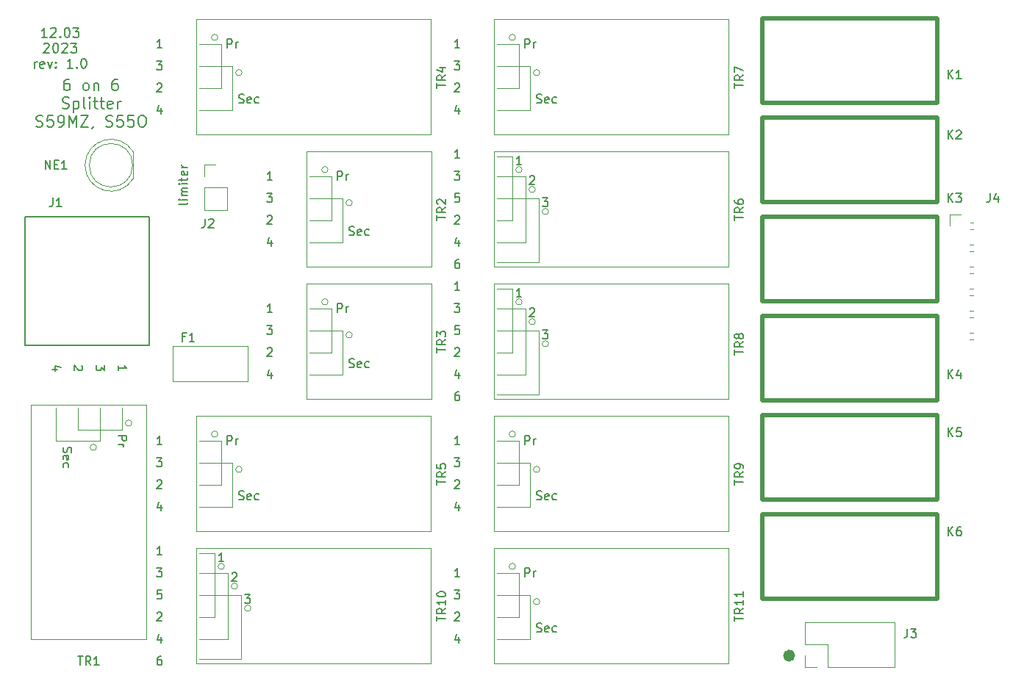
<source format=gto>
G04 #@! TF.GenerationSoftware,KiCad,Pcbnew,6.0.9-8da3e8f707~116~ubuntu20.04.1*
G04 #@! TF.CreationDate,2023-03-27T15:32:41+02:00*
G04 #@! TF.ProjectId,six_to_six,7369785f-746f-45f7-9369-782e6b696361,rev?*
G04 #@! TF.SameCoordinates,Original*
G04 #@! TF.FileFunction,Legend,Top*
G04 #@! TF.FilePolarity,Positive*
%FSLAX46Y46*%
G04 Gerber Fmt 4.6, Leading zero omitted, Abs format (unit mm)*
G04 Created by KiCad (PCBNEW 6.0.9-8da3e8f707~116~ubuntu20.04.1) date 2023-03-27 15:32:41*
%MOMM*%
%LPD*%
G01*
G04 APERTURE LIST*
%ADD10C,0.150000*%
%ADD11C,0.710000*%
%ADD12C,0.120000*%
%ADD13C,0.500000*%
%ADD14C,0.127000*%
%ADD15O,1.500000X3.000000*%
%ADD16R,1.700000X1.700000*%
%ADD17O,1.700000X1.700000*%
%ADD18R,1.308000X1.308000*%
%ADD19C,1.308000*%
%ADD20O,3.000000X1.500000*%
%ADD21C,5.600000*%
%ADD22R,1.800000X1.800000*%
%ADD23C,1.800000*%
%ADD24C,3.500000*%
%ADD25R,1.478000X1.478000*%
%ADD26C,1.478000*%
%ADD27C,1.270000*%
G04 APERTURE END LIST*
D10*
X646685904Y-167883095D02*
X646438285Y-167883095D01*
X646314476Y-167945000D01*
X646252571Y-168006904D01*
X646128761Y-168192619D01*
X646066857Y-168440238D01*
X646066857Y-168935476D01*
X646128761Y-169059285D01*
X646190666Y-169121190D01*
X646314476Y-169183095D01*
X646562095Y-169183095D01*
X646685904Y-169121190D01*
X646747809Y-169059285D01*
X646809714Y-168935476D01*
X646809714Y-168625952D01*
X646747809Y-168502142D01*
X646685904Y-168440238D01*
X646562095Y-168378333D01*
X646314476Y-168378333D01*
X646190666Y-168440238D01*
X646128761Y-168502142D01*
X646066857Y-168625952D01*
X648543047Y-169183095D02*
X648419238Y-169121190D01*
X648357333Y-169059285D01*
X648295428Y-168935476D01*
X648295428Y-168564047D01*
X648357333Y-168440238D01*
X648419238Y-168378333D01*
X648543047Y-168316428D01*
X648728761Y-168316428D01*
X648852571Y-168378333D01*
X648914476Y-168440238D01*
X648976380Y-168564047D01*
X648976380Y-168935476D01*
X648914476Y-169059285D01*
X648852571Y-169121190D01*
X648728761Y-169183095D01*
X648543047Y-169183095D01*
X649533523Y-168316428D02*
X649533523Y-169183095D01*
X649533523Y-168440238D02*
X649595428Y-168378333D01*
X649719238Y-168316428D01*
X649904952Y-168316428D01*
X650028761Y-168378333D01*
X650090666Y-168502142D01*
X650090666Y-169183095D01*
X652257333Y-167883095D02*
X652009714Y-167883095D01*
X651885904Y-167945000D01*
X651824000Y-168006904D01*
X651700190Y-168192619D01*
X651638285Y-168440238D01*
X651638285Y-168935476D01*
X651700190Y-169059285D01*
X651762095Y-169121190D01*
X651885904Y-169183095D01*
X652133523Y-169183095D01*
X652257333Y-169121190D01*
X652319238Y-169059285D01*
X652381142Y-168935476D01*
X652381142Y-168625952D01*
X652319238Y-168502142D01*
X652257333Y-168440238D01*
X652133523Y-168378333D01*
X651885904Y-168378333D01*
X651762095Y-168440238D01*
X651700190Y-168502142D01*
X651638285Y-168625952D01*
X645912095Y-171214190D02*
X646097809Y-171276095D01*
X646407333Y-171276095D01*
X646531142Y-171214190D01*
X646593047Y-171152285D01*
X646654952Y-171028476D01*
X646654952Y-170904666D01*
X646593047Y-170780857D01*
X646531142Y-170718952D01*
X646407333Y-170657047D01*
X646159714Y-170595142D01*
X646035904Y-170533238D01*
X645974000Y-170471333D01*
X645912095Y-170347523D01*
X645912095Y-170223714D01*
X645974000Y-170099904D01*
X646035904Y-170038000D01*
X646159714Y-169976095D01*
X646469238Y-169976095D01*
X646654952Y-170038000D01*
X647212095Y-170409428D02*
X647212095Y-171709428D01*
X647212095Y-170471333D02*
X647335904Y-170409428D01*
X647583523Y-170409428D01*
X647707333Y-170471333D01*
X647769238Y-170533238D01*
X647831142Y-170657047D01*
X647831142Y-171028476D01*
X647769238Y-171152285D01*
X647707333Y-171214190D01*
X647583523Y-171276095D01*
X647335904Y-171276095D01*
X647212095Y-171214190D01*
X648574000Y-171276095D02*
X648450190Y-171214190D01*
X648388285Y-171090380D01*
X648388285Y-169976095D01*
X649069238Y-171276095D02*
X649069238Y-170409428D01*
X649069238Y-169976095D02*
X649007333Y-170038000D01*
X649069238Y-170099904D01*
X649131142Y-170038000D01*
X649069238Y-169976095D01*
X649069238Y-170099904D01*
X649502571Y-170409428D02*
X649997809Y-170409428D01*
X649688285Y-169976095D02*
X649688285Y-171090380D01*
X649750190Y-171214190D01*
X649874000Y-171276095D01*
X649997809Y-171276095D01*
X650245428Y-170409428D02*
X650740666Y-170409428D01*
X650431142Y-169976095D02*
X650431142Y-171090380D01*
X650493047Y-171214190D01*
X650616857Y-171276095D01*
X650740666Y-171276095D01*
X651669238Y-171214190D02*
X651545428Y-171276095D01*
X651297809Y-171276095D01*
X651174000Y-171214190D01*
X651112095Y-171090380D01*
X651112095Y-170595142D01*
X651174000Y-170471333D01*
X651297809Y-170409428D01*
X651545428Y-170409428D01*
X651669238Y-170471333D01*
X651731142Y-170595142D01*
X651731142Y-170718952D01*
X651112095Y-170842761D01*
X652288285Y-171276095D02*
X652288285Y-170409428D01*
X652288285Y-170657047D02*
X652350190Y-170533238D01*
X652412095Y-170471333D01*
X652535904Y-170409428D01*
X652659714Y-170409428D01*
X642909714Y-173307190D02*
X643095428Y-173369095D01*
X643404952Y-173369095D01*
X643528761Y-173307190D01*
X643590666Y-173245285D01*
X643652571Y-173121476D01*
X643652571Y-172997666D01*
X643590666Y-172873857D01*
X643528761Y-172811952D01*
X643404952Y-172750047D01*
X643157333Y-172688142D01*
X643033523Y-172626238D01*
X642971619Y-172564333D01*
X642909714Y-172440523D01*
X642909714Y-172316714D01*
X642971619Y-172192904D01*
X643033523Y-172131000D01*
X643157333Y-172069095D01*
X643466857Y-172069095D01*
X643652571Y-172131000D01*
X644828761Y-172069095D02*
X644209714Y-172069095D01*
X644147809Y-172688142D01*
X644209714Y-172626238D01*
X644333523Y-172564333D01*
X644643047Y-172564333D01*
X644766857Y-172626238D01*
X644828761Y-172688142D01*
X644890666Y-172811952D01*
X644890666Y-173121476D01*
X644828761Y-173245285D01*
X644766857Y-173307190D01*
X644643047Y-173369095D01*
X644333523Y-173369095D01*
X644209714Y-173307190D01*
X644147809Y-173245285D01*
X645509714Y-173369095D02*
X645757333Y-173369095D01*
X645881142Y-173307190D01*
X645943047Y-173245285D01*
X646066857Y-173059571D01*
X646128761Y-172811952D01*
X646128761Y-172316714D01*
X646066857Y-172192904D01*
X646004952Y-172131000D01*
X645881142Y-172069095D01*
X645633523Y-172069095D01*
X645509714Y-172131000D01*
X645447809Y-172192904D01*
X645385904Y-172316714D01*
X645385904Y-172626238D01*
X645447809Y-172750047D01*
X645509714Y-172811952D01*
X645633523Y-172873857D01*
X645881142Y-172873857D01*
X646004952Y-172811952D01*
X646066857Y-172750047D01*
X646128761Y-172626238D01*
X646685904Y-173369095D02*
X646685904Y-172069095D01*
X647119238Y-172997666D01*
X647552571Y-172069095D01*
X647552571Y-173369095D01*
X648047809Y-172069095D02*
X648914476Y-172069095D01*
X648047809Y-173369095D01*
X648914476Y-173369095D01*
X649471619Y-173307190D02*
X649471619Y-173369095D01*
X649409714Y-173492904D01*
X649347809Y-173554809D01*
X650957333Y-173307190D02*
X651143047Y-173369095D01*
X651452571Y-173369095D01*
X651576380Y-173307190D01*
X651638285Y-173245285D01*
X651700190Y-173121476D01*
X651700190Y-172997666D01*
X651638285Y-172873857D01*
X651576380Y-172811952D01*
X651452571Y-172750047D01*
X651204952Y-172688142D01*
X651081142Y-172626238D01*
X651019238Y-172564333D01*
X650957333Y-172440523D01*
X650957333Y-172316714D01*
X651019238Y-172192904D01*
X651081142Y-172131000D01*
X651204952Y-172069095D01*
X651514476Y-172069095D01*
X651700190Y-172131000D01*
X652876380Y-172069095D02*
X652257333Y-172069095D01*
X652195428Y-172688142D01*
X652257333Y-172626238D01*
X652381142Y-172564333D01*
X652690666Y-172564333D01*
X652814476Y-172626238D01*
X652876380Y-172688142D01*
X652938285Y-172811952D01*
X652938285Y-173121476D01*
X652876380Y-173245285D01*
X652814476Y-173307190D01*
X652690666Y-173369095D01*
X652381142Y-173369095D01*
X652257333Y-173307190D01*
X652195428Y-173245285D01*
X654114476Y-172069095D02*
X653495428Y-172069095D01*
X653433523Y-172688142D01*
X653495428Y-172626238D01*
X653619238Y-172564333D01*
X653928761Y-172564333D01*
X654052571Y-172626238D01*
X654114476Y-172688142D01*
X654176380Y-172811952D01*
X654176380Y-173121476D01*
X654114476Y-173245285D01*
X654052571Y-173307190D01*
X653928761Y-173369095D01*
X653619238Y-173369095D01*
X653495428Y-173307190D01*
X653433523Y-173245285D01*
X654981142Y-172069095D02*
X655228761Y-172069095D01*
X655352571Y-172131000D01*
X655476380Y-172254809D01*
X655538285Y-172502428D01*
X655538285Y-172935761D01*
X655476380Y-173183380D01*
X655352571Y-173307190D01*
X655228761Y-173369095D01*
X654981142Y-173369095D01*
X654857333Y-173307190D01*
X654733523Y-173183380D01*
X654671619Y-172935761D01*
X654671619Y-172502428D01*
X654733523Y-172254809D01*
X654857333Y-172131000D01*
X654981142Y-172069095D01*
D11*
X729970000Y-234315000D02*
G75*
G03*
X729970000Y-234315000I-355000J0D01*
G01*
D10*
X644148952Y-163064619D02*
X643520380Y-163064619D01*
X643834666Y-163064619D02*
X643834666Y-161964619D01*
X643729904Y-162121761D01*
X643625142Y-162226523D01*
X643520380Y-162278904D01*
X644568000Y-162069380D02*
X644620380Y-162017000D01*
X644725142Y-161964619D01*
X644987047Y-161964619D01*
X645091809Y-162017000D01*
X645144190Y-162069380D01*
X645196571Y-162174142D01*
X645196571Y-162278904D01*
X645144190Y-162436047D01*
X644515619Y-163064619D01*
X645196571Y-163064619D01*
X645668000Y-162959857D02*
X645720380Y-163012238D01*
X645668000Y-163064619D01*
X645615619Y-163012238D01*
X645668000Y-162959857D01*
X645668000Y-163064619D01*
X646401333Y-161964619D02*
X646506095Y-161964619D01*
X646610857Y-162017000D01*
X646663238Y-162069380D01*
X646715619Y-162174142D01*
X646768000Y-162383666D01*
X646768000Y-162645571D01*
X646715619Y-162855095D01*
X646663238Y-162959857D01*
X646610857Y-163012238D01*
X646506095Y-163064619D01*
X646401333Y-163064619D01*
X646296571Y-163012238D01*
X646244190Y-162959857D01*
X646191809Y-162855095D01*
X646139428Y-162645571D01*
X646139428Y-162383666D01*
X646191809Y-162174142D01*
X646244190Y-162069380D01*
X646296571Y-162017000D01*
X646401333Y-161964619D01*
X647134666Y-161964619D02*
X647815619Y-161964619D01*
X647448952Y-162383666D01*
X647606095Y-162383666D01*
X647710857Y-162436047D01*
X647763238Y-162488428D01*
X647815619Y-162593190D01*
X647815619Y-162855095D01*
X647763238Y-162959857D01*
X647710857Y-163012238D01*
X647606095Y-163064619D01*
X647291809Y-163064619D01*
X647187047Y-163012238D01*
X647134666Y-162959857D01*
X643782285Y-163840380D02*
X643834666Y-163788000D01*
X643939428Y-163735619D01*
X644201333Y-163735619D01*
X644306095Y-163788000D01*
X644358476Y-163840380D01*
X644410857Y-163945142D01*
X644410857Y-164049904D01*
X644358476Y-164207047D01*
X643729904Y-164835619D01*
X644410857Y-164835619D01*
X645091809Y-163735619D02*
X645196571Y-163735619D01*
X645301333Y-163788000D01*
X645353714Y-163840380D01*
X645406095Y-163945142D01*
X645458476Y-164154666D01*
X645458476Y-164416571D01*
X645406095Y-164626095D01*
X645353714Y-164730857D01*
X645301333Y-164783238D01*
X645196571Y-164835619D01*
X645091809Y-164835619D01*
X644987047Y-164783238D01*
X644934666Y-164730857D01*
X644882285Y-164626095D01*
X644829904Y-164416571D01*
X644829904Y-164154666D01*
X644882285Y-163945142D01*
X644934666Y-163840380D01*
X644987047Y-163788000D01*
X645091809Y-163735619D01*
X645877523Y-163840380D02*
X645929904Y-163788000D01*
X646034666Y-163735619D01*
X646296571Y-163735619D01*
X646401333Y-163788000D01*
X646453714Y-163840380D01*
X646506095Y-163945142D01*
X646506095Y-164049904D01*
X646453714Y-164207047D01*
X645825142Y-164835619D01*
X646506095Y-164835619D01*
X646872761Y-163735619D02*
X647553714Y-163735619D01*
X647187047Y-164154666D01*
X647344190Y-164154666D01*
X647448952Y-164207047D01*
X647501333Y-164259428D01*
X647553714Y-164364190D01*
X647553714Y-164626095D01*
X647501333Y-164730857D01*
X647448952Y-164783238D01*
X647344190Y-164835619D01*
X647029904Y-164835619D01*
X646925142Y-164783238D01*
X646872761Y-164730857D01*
X642708476Y-166606619D02*
X642708476Y-165873285D01*
X642708476Y-166082809D02*
X642760857Y-165978047D01*
X642813238Y-165925666D01*
X642918000Y-165873285D01*
X643022761Y-165873285D01*
X643808476Y-166554238D02*
X643703714Y-166606619D01*
X643494190Y-166606619D01*
X643389428Y-166554238D01*
X643337047Y-166449476D01*
X643337047Y-166030428D01*
X643389428Y-165925666D01*
X643494190Y-165873285D01*
X643703714Y-165873285D01*
X643808476Y-165925666D01*
X643860857Y-166030428D01*
X643860857Y-166135190D01*
X643337047Y-166239952D01*
X644227523Y-165873285D02*
X644489428Y-166606619D01*
X644751333Y-165873285D01*
X645170380Y-166501857D02*
X645222761Y-166554238D01*
X645170380Y-166606619D01*
X645118000Y-166554238D01*
X645170380Y-166501857D01*
X645170380Y-166606619D01*
X645170380Y-165925666D02*
X645222761Y-165978047D01*
X645170380Y-166030428D01*
X645118000Y-165978047D01*
X645170380Y-165925666D01*
X645170380Y-166030428D01*
X647108476Y-166606619D02*
X646479904Y-166606619D01*
X646794190Y-166606619D02*
X646794190Y-165506619D01*
X646689428Y-165663761D01*
X646584666Y-165768523D01*
X646479904Y-165820904D01*
X647579904Y-166501857D02*
X647632285Y-166554238D01*
X647579904Y-166606619D01*
X647527523Y-166554238D01*
X647579904Y-166501857D01*
X647579904Y-166606619D01*
X648313238Y-165506619D02*
X648418000Y-165506619D01*
X648522761Y-165559000D01*
X648575142Y-165611380D01*
X648627523Y-165716142D01*
X648679904Y-165925666D01*
X648679904Y-166187571D01*
X648627523Y-166397095D01*
X648575142Y-166501857D01*
X648522761Y-166554238D01*
X648418000Y-166606619D01*
X648313238Y-166606619D01*
X648208476Y-166554238D01*
X648156095Y-166501857D01*
X648103714Y-166397095D01*
X648051333Y-166187571D01*
X648051333Y-165925666D01*
X648103714Y-165716142D01*
X648156095Y-165611380D01*
X648208476Y-165559000D01*
X648313238Y-165506619D01*
X647708095Y-234402380D02*
X648279523Y-234402380D01*
X647993809Y-235402380D02*
X647993809Y-234402380D01*
X649184285Y-235402380D02*
X648850952Y-234926190D01*
X648612857Y-235402380D02*
X648612857Y-234402380D01*
X648993809Y-234402380D01*
X649089047Y-234450000D01*
X649136666Y-234497619D01*
X649184285Y-234592857D01*
X649184285Y-234735714D01*
X649136666Y-234830952D01*
X649089047Y-234878571D01*
X648993809Y-234926190D01*
X648612857Y-234926190D01*
X650136666Y-235402380D02*
X649565238Y-235402380D01*
X649850952Y-235402380D02*
X649850952Y-234402380D01*
X649755714Y-234545238D01*
X649660476Y-234640476D01*
X649565238Y-234688095D01*
X645374285Y-201358476D02*
X644707619Y-201358476D01*
X645755238Y-201120380D02*
X645040952Y-200882285D01*
X645040952Y-201501333D01*
X652327619Y-201453714D02*
X652327619Y-200882285D01*
X652327619Y-201168000D02*
X653327619Y-201168000D01*
X653184761Y-201072761D01*
X653089523Y-200977523D01*
X653041904Y-200882285D01*
X648152380Y-200882285D02*
X648200000Y-200929904D01*
X648247619Y-201025142D01*
X648247619Y-201263238D01*
X648200000Y-201358476D01*
X648152380Y-201406095D01*
X648057142Y-201453714D01*
X647961904Y-201453714D01*
X647819047Y-201406095D01*
X647247619Y-200834666D01*
X647247619Y-201453714D01*
X646025238Y-210312142D02*
X645977619Y-210455000D01*
X645977619Y-210693095D01*
X646025238Y-210788333D01*
X646072857Y-210835952D01*
X646168095Y-210883571D01*
X646263333Y-210883571D01*
X646358571Y-210835952D01*
X646406190Y-210788333D01*
X646453809Y-210693095D01*
X646501428Y-210502619D01*
X646549047Y-210407380D01*
X646596666Y-210359761D01*
X646691904Y-210312142D01*
X646787142Y-210312142D01*
X646882380Y-210359761D01*
X646930000Y-210407380D01*
X646977619Y-210502619D01*
X646977619Y-210740714D01*
X646930000Y-210883571D01*
X646025238Y-211693095D02*
X645977619Y-211597857D01*
X645977619Y-211407380D01*
X646025238Y-211312142D01*
X646120476Y-211264523D01*
X646501428Y-211264523D01*
X646596666Y-211312142D01*
X646644285Y-211407380D01*
X646644285Y-211597857D01*
X646596666Y-211693095D01*
X646501428Y-211740714D01*
X646406190Y-211740714D01*
X646310952Y-211264523D01*
X646025238Y-212597857D02*
X645977619Y-212502619D01*
X645977619Y-212312142D01*
X646025238Y-212216904D01*
X646072857Y-212169285D01*
X646168095Y-212121666D01*
X646453809Y-212121666D01*
X646549047Y-212169285D01*
X646596666Y-212216904D01*
X646644285Y-212312142D01*
X646644285Y-212502619D01*
X646596666Y-212597857D01*
X650787619Y-200834666D02*
X650787619Y-201453714D01*
X650406666Y-201120380D01*
X650406666Y-201263238D01*
X650359047Y-201358476D01*
X650311428Y-201406095D01*
X650216190Y-201453714D01*
X649978095Y-201453714D01*
X649882857Y-201406095D01*
X649835238Y-201358476D01*
X649787619Y-201263238D01*
X649787619Y-200977523D01*
X649835238Y-200882285D01*
X649882857Y-200834666D01*
X652327619Y-208978571D02*
X653327619Y-208978571D01*
X653327619Y-209359523D01*
X653280000Y-209454761D01*
X653232380Y-209502380D01*
X653137142Y-209550000D01*
X652994285Y-209550000D01*
X652899047Y-209502380D01*
X652851428Y-209454761D01*
X652803809Y-209359523D01*
X652803809Y-208978571D01*
X652327619Y-209978571D02*
X652994285Y-209978571D01*
X652803809Y-209978571D02*
X652899047Y-210026190D01*
X652946666Y-210073809D01*
X652994285Y-210169047D01*
X652994285Y-210264285D01*
X743251666Y-231227380D02*
X743251666Y-231941666D01*
X743204047Y-232084523D01*
X743108809Y-232179761D01*
X742965952Y-232227380D01*
X742870714Y-232227380D01*
X743632619Y-231227380D02*
X744251666Y-231227380D01*
X743918333Y-231608333D01*
X744061190Y-231608333D01*
X744156428Y-231655952D01*
X744204047Y-231703571D01*
X744251666Y-231798809D01*
X744251666Y-232036904D01*
X744204047Y-232132142D01*
X744156428Y-232179761D01*
X744061190Y-232227380D01*
X743775476Y-232227380D01*
X743680238Y-232179761D01*
X743632619Y-232132142D01*
X747925446Y-202383274D02*
X747925446Y-201381298D01*
X748498004Y-202383274D02*
X748068585Y-201810717D01*
X748498004Y-201381298D02*
X747925446Y-201953856D01*
X749356840Y-201715290D02*
X749356840Y-202383274D01*
X749118274Y-201333585D02*
X748879709Y-202049282D01*
X749499980Y-202049282D01*
X689062380Y-168901904D02*
X689062380Y-168330476D01*
X690062380Y-168616190D02*
X689062380Y-168616190D01*
X690062380Y-167425714D02*
X689586190Y-167759047D01*
X690062380Y-167997142D02*
X689062380Y-167997142D01*
X689062380Y-167616190D01*
X689110000Y-167520952D01*
X689157619Y-167473333D01*
X689252857Y-167425714D01*
X689395714Y-167425714D01*
X689490952Y-167473333D01*
X689538571Y-167520952D01*
X689586190Y-167616190D01*
X689586190Y-167997142D01*
X689395714Y-166568571D02*
X690062380Y-166568571D01*
X689014761Y-166806666D02*
X689729047Y-167044761D01*
X689729047Y-166425714D01*
X656812285Y-168457619D02*
X656859904Y-168410000D01*
X656955142Y-168362380D01*
X657193238Y-168362380D01*
X657288476Y-168410000D01*
X657336095Y-168457619D01*
X657383714Y-168552857D01*
X657383714Y-168648095D01*
X657336095Y-168790952D01*
X656764666Y-169362380D01*
X657383714Y-169362380D01*
X664908571Y-164282380D02*
X664908571Y-163282380D01*
X665289523Y-163282380D01*
X665384761Y-163330000D01*
X665432380Y-163377619D01*
X665480000Y-163472857D01*
X665480000Y-163615714D01*
X665432380Y-163710952D01*
X665384761Y-163758571D01*
X665289523Y-163806190D01*
X664908571Y-163806190D01*
X665908571Y-164282380D02*
X665908571Y-163615714D01*
X665908571Y-163806190D02*
X665956190Y-163710952D01*
X666003809Y-163663333D01*
X666099047Y-163615714D01*
X666194285Y-163615714D01*
X656764666Y-165822380D02*
X657383714Y-165822380D01*
X657050380Y-166203333D01*
X657193238Y-166203333D01*
X657288476Y-166250952D01*
X657336095Y-166298571D01*
X657383714Y-166393809D01*
X657383714Y-166631904D01*
X657336095Y-166727142D01*
X657288476Y-166774761D01*
X657193238Y-166822380D01*
X656907523Y-166822380D01*
X656812285Y-166774761D01*
X656764666Y-166727142D01*
X666242142Y-170584761D02*
X666385000Y-170632380D01*
X666623095Y-170632380D01*
X666718333Y-170584761D01*
X666765952Y-170537142D01*
X666813571Y-170441904D01*
X666813571Y-170346666D01*
X666765952Y-170251428D01*
X666718333Y-170203809D01*
X666623095Y-170156190D01*
X666432619Y-170108571D01*
X666337380Y-170060952D01*
X666289761Y-170013333D01*
X666242142Y-169918095D01*
X666242142Y-169822857D01*
X666289761Y-169727619D01*
X666337380Y-169680000D01*
X666432619Y-169632380D01*
X666670714Y-169632380D01*
X666813571Y-169680000D01*
X667623095Y-170584761D02*
X667527857Y-170632380D01*
X667337380Y-170632380D01*
X667242142Y-170584761D01*
X667194523Y-170489523D01*
X667194523Y-170108571D01*
X667242142Y-170013333D01*
X667337380Y-169965714D01*
X667527857Y-169965714D01*
X667623095Y-170013333D01*
X667670714Y-170108571D01*
X667670714Y-170203809D01*
X667194523Y-170299047D01*
X668527857Y-170584761D02*
X668432619Y-170632380D01*
X668242142Y-170632380D01*
X668146904Y-170584761D01*
X668099285Y-170537142D01*
X668051666Y-170441904D01*
X668051666Y-170156190D01*
X668099285Y-170060952D01*
X668146904Y-170013333D01*
X668242142Y-169965714D01*
X668432619Y-169965714D01*
X668527857Y-170013333D01*
X657288476Y-171235714D02*
X657288476Y-171902380D01*
X657050380Y-170854761D02*
X656812285Y-171569047D01*
X657431333Y-171569047D01*
X657383714Y-164282380D02*
X656812285Y-164282380D01*
X657098000Y-164282380D02*
X657098000Y-163282380D01*
X657002761Y-163425238D01*
X656907523Y-163520476D01*
X656812285Y-163568095D01*
X747925446Y-182063274D02*
X747925446Y-181061298D01*
X748498004Y-182063274D02*
X748068585Y-181490717D01*
X748498004Y-181061298D02*
X747925446Y-181633856D01*
X748831996Y-181061298D02*
X749452266Y-181061298D01*
X749118274Y-181443004D01*
X749261414Y-181443004D01*
X749356840Y-181490717D01*
X749404553Y-181538430D01*
X749452266Y-181633856D01*
X749452266Y-181872422D01*
X749404553Y-181967848D01*
X749356840Y-182015561D01*
X749261414Y-182063274D01*
X748975135Y-182063274D01*
X748879709Y-182015561D01*
X748831996Y-181967848D01*
X689062380Y-214621904D02*
X689062380Y-214050476D01*
X690062380Y-214336190D02*
X689062380Y-214336190D01*
X690062380Y-213145714D02*
X689586190Y-213479047D01*
X690062380Y-213717142D02*
X689062380Y-213717142D01*
X689062380Y-213336190D01*
X689110000Y-213240952D01*
X689157619Y-213193333D01*
X689252857Y-213145714D01*
X689395714Y-213145714D01*
X689490952Y-213193333D01*
X689538571Y-213240952D01*
X689586190Y-213336190D01*
X689586190Y-213717142D01*
X689062380Y-212240952D02*
X689062380Y-212717142D01*
X689538571Y-212764761D01*
X689490952Y-212717142D01*
X689443333Y-212621904D01*
X689443333Y-212383809D01*
X689490952Y-212288571D01*
X689538571Y-212240952D01*
X689633809Y-212193333D01*
X689871904Y-212193333D01*
X689967142Y-212240952D01*
X690014761Y-212288571D01*
X690062380Y-212383809D01*
X690062380Y-212621904D01*
X690014761Y-212717142D01*
X689967142Y-212764761D01*
X657383714Y-210002380D02*
X656812285Y-210002380D01*
X657098000Y-210002380D02*
X657098000Y-209002380D01*
X657002761Y-209145238D01*
X656907523Y-209240476D01*
X656812285Y-209288095D01*
X656764666Y-211542380D02*
X657383714Y-211542380D01*
X657050380Y-211923333D01*
X657193238Y-211923333D01*
X657288476Y-211970952D01*
X657336095Y-212018571D01*
X657383714Y-212113809D01*
X657383714Y-212351904D01*
X657336095Y-212447142D01*
X657288476Y-212494761D01*
X657193238Y-212542380D01*
X656907523Y-212542380D01*
X656812285Y-212494761D01*
X656764666Y-212447142D01*
X656812285Y-214177619D02*
X656859904Y-214130000D01*
X656955142Y-214082380D01*
X657193238Y-214082380D01*
X657288476Y-214130000D01*
X657336095Y-214177619D01*
X657383714Y-214272857D01*
X657383714Y-214368095D01*
X657336095Y-214510952D01*
X656764666Y-215082380D01*
X657383714Y-215082380D01*
X666242142Y-216304761D02*
X666385000Y-216352380D01*
X666623095Y-216352380D01*
X666718333Y-216304761D01*
X666765952Y-216257142D01*
X666813571Y-216161904D01*
X666813571Y-216066666D01*
X666765952Y-215971428D01*
X666718333Y-215923809D01*
X666623095Y-215876190D01*
X666432619Y-215828571D01*
X666337380Y-215780952D01*
X666289761Y-215733333D01*
X666242142Y-215638095D01*
X666242142Y-215542857D01*
X666289761Y-215447619D01*
X666337380Y-215400000D01*
X666432619Y-215352380D01*
X666670714Y-215352380D01*
X666813571Y-215400000D01*
X667623095Y-216304761D02*
X667527857Y-216352380D01*
X667337380Y-216352380D01*
X667242142Y-216304761D01*
X667194523Y-216209523D01*
X667194523Y-215828571D01*
X667242142Y-215733333D01*
X667337380Y-215685714D01*
X667527857Y-215685714D01*
X667623095Y-215733333D01*
X667670714Y-215828571D01*
X667670714Y-215923809D01*
X667194523Y-216019047D01*
X668527857Y-216304761D02*
X668432619Y-216352380D01*
X668242142Y-216352380D01*
X668146904Y-216304761D01*
X668099285Y-216257142D01*
X668051666Y-216161904D01*
X668051666Y-215876190D01*
X668099285Y-215780952D01*
X668146904Y-215733333D01*
X668242142Y-215685714D01*
X668432619Y-215685714D01*
X668527857Y-215733333D01*
X664908571Y-210002380D02*
X664908571Y-209002380D01*
X665289523Y-209002380D01*
X665384761Y-209050000D01*
X665432380Y-209097619D01*
X665480000Y-209192857D01*
X665480000Y-209335714D01*
X665432380Y-209430952D01*
X665384761Y-209478571D01*
X665289523Y-209526190D01*
X664908571Y-209526190D01*
X665908571Y-210002380D02*
X665908571Y-209335714D01*
X665908571Y-209526190D02*
X665956190Y-209430952D01*
X666003809Y-209383333D01*
X666099047Y-209335714D01*
X666194285Y-209335714D01*
X657288476Y-216955714D02*
X657288476Y-217622380D01*
X657050380Y-216574761D02*
X656812285Y-217289047D01*
X657431333Y-217289047D01*
X723352380Y-168901904D02*
X723352380Y-168330476D01*
X724352380Y-168616190D02*
X723352380Y-168616190D01*
X724352380Y-167425714D02*
X723876190Y-167759047D01*
X724352380Y-167997142D02*
X723352380Y-167997142D01*
X723352380Y-167616190D01*
X723400000Y-167520952D01*
X723447619Y-167473333D01*
X723542857Y-167425714D01*
X723685714Y-167425714D01*
X723780952Y-167473333D01*
X723828571Y-167520952D01*
X723876190Y-167616190D01*
X723876190Y-167997142D01*
X723352380Y-167092380D02*
X723352380Y-166425714D01*
X724352380Y-166854285D01*
X691054666Y-165822380D02*
X691673714Y-165822380D01*
X691340380Y-166203333D01*
X691483238Y-166203333D01*
X691578476Y-166250952D01*
X691626095Y-166298571D01*
X691673714Y-166393809D01*
X691673714Y-166631904D01*
X691626095Y-166727142D01*
X691578476Y-166774761D01*
X691483238Y-166822380D01*
X691197523Y-166822380D01*
X691102285Y-166774761D01*
X691054666Y-166727142D01*
X691102285Y-168457619D02*
X691149904Y-168410000D01*
X691245142Y-168362380D01*
X691483238Y-168362380D01*
X691578476Y-168410000D01*
X691626095Y-168457619D01*
X691673714Y-168552857D01*
X691673714Y-168648095D01*
X691626095Y-168790952D01*
X691054666Y-169362380D01*
X691673714Y-169362380D01*
X699198571Y-164282380D02*
X699198571Y-163282380D01*
X699579523Y-163282380D01*
X699674761Y-163330000D01*
X699722380Y-163377619D01*
X699770000Y-163472857D01*
X699770000Y-163615714D01*
X699722380Y-163710952D01*
X699674761Y-163758571D01*
X699579523Y-163806190D01*
X699198571Y-163806190D01*
X700198571Y-164282380D02*
X700198571Y-163615714D01*
X700198571Y-163806190D02*
X700246190Y-163710952D01*
X700293809Y-163663333D01*
X700389047Y-163615714D01*
X700484285Y-163615714D01*
X691578476Y-171235714D02*
X691578476Y-171902380D01*
X691340380Y-170854761D02*
X691102285Y-171569047D01*
X691721333Y-171569047D01*
X691673714Y-164282380D02*
X691102285Y-164282380D01*
X691388000Y-164282380D02*
X691388000Y-163282380D01*
X691292761Y-163425238D01*
X691197523Y-163520476D01*
X691102285Y-163568095D01*
X700532142Y-170584761D02*
X700675000Y-170632380D01*
X700913095Y-170632380D01*
X701008333Y-170584761D01*
X701055952Y-170537142D01*
X701103571Y-170441904D01*
X701103571Y-170346666D01*
X701055952Y-170251428D01*
X701008333Y-170203809D01*
X700913095Y-170156190D01*
X700722619Y-170108571D01*
X700627380Y-170060952D01*
X700579761Y-170013333D01*
X700532142Y-169918095D01*
X700532142Y-169822857D01*
X700579761Y-169727619D01*
X700627380Y-169680000D01*
X700722619Y-169632380D01*
X700960714Y-169632380D01*
X701103571Y-169680000D01*
X701913095Y-170584761D02*
X701817857Y-170632380D01*
X701627380Y-170632380D01*
X701532142Y-170584761D01*
X701484523Y-170489523D01*
X701484523Y-170108571D01*
X701532142Y-170013333D01*
X701627380Y-169965714D01*
X701817857Y-169965714D01*
X701913095Y-170013333D01*
X701960714Y-170108571D01*
X701960714Y-170203809D01*
X701484523Y-170299047D01*
X702817857Y-170584761D02*
X702722619Y-170632380D01*
X702532142Y-170632380D01*
X702436904Y-170584761D01*
X702389285Y-170537142D01*
X702341666Y-170441904D01*
X702341666Y-170156190D01*
X702389285Y-170060952D01*
X702436904Y-170013333D01*
X702532142Y-169965714D01*
X702722619Y-169965714D01*
X702817857Y-170013333D01*
X747925446Y-167839274D02*
X747925446Y-166837298D01*
X748498004Y-167839274D02*
X748068585Y-167266717D01*
X748498004Y-166837298D02*
X747925446Y-167409856D01*
X749452266Y-167839274D02*
X748879709Y-167839274D01*
X749165988Y-167839274D02*
X749165988Y-166837298D01*
X749070561Y-166980438D01*
X748975135Y-167075864D01*
X748879709Y-167123577D01*
X723352380Y-199635904D02*
X723352380Y-199064476D01*
X724352380Y-199350190D02*
X723352380Y-199350190D01*
X724352380Y-198159714D02*
X723876190Y-198493047D01*
X724352380Y-198731142D02*
X723352380Y-198731142D01*
X723352380Y-198350190D01*
X723400000Y-198254952D01*
X723447619Y-198207333D01*
X723542857Y-198159714D01*
X723685714Y-198159714D01*
X723780952Y-198207333D01*
X723828571Y-198254952D01*
X723876190Y-198350190D01*
X723876190Y-198731142D01*
X723780952Y-197588285D02*
X723733333Y-197683523D01*
X723685714Y-197731142D01*
X723590476Y-197778761D01*
X723542857Y-197778761D01*
X723447619Y-197731142D01*
X723400000Y-197683523D01*
X723352380Y-197588285D01*
X723352380Y-197397809D01*
X723400000Y-197302571D01*
X723447619Y-197254952D01*
X723542857Y-197207333D01*
X723590476Y-197207333D01*
X723685714Y-197254952D01*
X723733333Y-197302571D01*
X723780952Y-197397809D01*
X723780952Y-197588285D01*
X723828571Y-197683523D01*
X723876190Y-197731142D01*
X723971428Y-197778761D01*
X724161904Y-197778761D01*
X724257142Y-197731142D01*
X724304761Y-197683523D01*
X724352380Y-197588285D01*
X724352380Y-197397809D01*
X724304761Y-197302571D01*
X724257142Y-197254952D01*
X724161904Y-197207333D01*
X723971428Y-197207333D01*
X723876190Y-197254952D01*
X723828571Y-197302571D01*
X723780952Y-197397809D01*
X691673714Y-192222380D02*
X691102285Y-192222380D01*
X691388000Y-192222380D02*
X691388000Y-191222380D01*
X691292761Y-191365238D01*
X691197523Y-191460476D01*
X691102285Y-191508095D01*
X691578476Y-203922380D02*
X691388000Y-203922380D01*
X691292761Y-203970000D01*
X691245142Y-204017619D01*
X691149904Y-204160476D01*
X691102285Y-204350952D01*
X691102285Y-204731904D01*
X691149904Y-204827142D01*
X691197523Y-204874761D01*
X691292761Y-204922380D01*
X691483238Y-204922380D01*
X691578476Y-204874761D01*
X691626095Y-204827142D01*
X691673714Y-204731904D01*
X691673714Y-204493809D01*
X691626095Y-204398571D01*
X691578476Y-204350952D01*
X691483238Y-204303333D01*
X691292761Y-204303333D01*
X691197523Y-204350952D01*
X691149904Y-204398571D01*
X691102285Y-204493809D01*
X691102285Y-198937619D02*
X691149904Y-198890000D01*
X691245142Y-198842380D01*
X691483238Y-198842380D01*
X691578476Y-198890000D01*
X691626095Y-198937619D01*
X691673714Y-199032857D01*
X691673714Y-199128095D01*
X691626095Y-199270952D01*
X691054666Y-199842380D01*
X691673714Y-199842380D01*
X691054666Y-193762380D02*
X691673714Y-193762380D01*
X691340380Y-194143333D01*
X691483238Y-194143333D01*
X691578476Y-194190952D01*
X691626095Y-194238571D01*
X691673714Y-194333809D01*
X691673714Y-194571904D01*
X691626095Y-194667142D01*
X691578476Y-194714761D01*
X691483238Y-194762380D01*
X691197523Y-194762380D01*
X691102285Y-194714761D01*
X691054666Y-194667142D01*
X691578476Y-201715714D02*
X691578476Y-202382380D01*
X691340380Y-201334761D02*
X691102285Y-202049047D01*
X691721333Y-202049047D01*
X699738285Y-194365619D02*
X699785904Y-194318000D01*
X699881142Y-194270380D01*
X700119238Y-194270380D01*
X700214476Y-194318000D01*
X700262095Y-194365619D01*
X700309714Y-194460857D01*
X700309714Y-194556095D01*
X700262095Y-194698952D01*
X699690666Y-195270380D01*
X700309714Y-195270380D01*
X698785714Y-192984380D02*
X698214285Y-192984380D01*
X698500000Y-192984380D02*
X698500000Y-191984380D01*
X698404761Y-192127238D01*
X698309523Y-192222476D01*
X698214285Y-192270095D01*
X701214666Y-196810380D02*
X701833714Y-196810380D01*
X701500380Y-197191333D01*
X701643238Y-197191333D01*
X701738476Y-197238952D01*
X701786095Y-197286571D01*
X701833714Y-197381809D01*
X701833714Y-197619904D01*
X701786095Y-197715142D01*
X701738476Y-197762761D01*
X701643238Y-197810380D01*
X701357523Y-197810380D01*
X701262285Y-197762761D01*
X701214666Y-197715142D01*
X691626095Y-196302380D02*
X691149904Y-196302380D01*
X691102285Y-196778571D01*
X691149904Y-196730952D01*
X691245142Y-196683333D01*
X691483238Y-196683333D01*
X691578476Y-196730952D01*
X691626095Y-196778571D01*
X691673714Y-196873809D01*
X691673714Y-197111904D01*
X691626095Y-197207142D01*
X691578476Y-197254761D01*
X691483238Y-197302380D01*
X691245142Y-197302380D01*
X691149904Y-197254761D01*
X691102285Y-197207142D01*
X723352380Y-214621904D02*
X723352380Y-214050476D01*
X724352380Y-214336190D02*
X723352380Y-214336190D01*
X724352380Y-213145714D02*
X723876190Y-213479047D01*
X724352380Y-213717142D02*
X723352380Y-213717142D01*
X723352380Y-213336190D01*
X723400000Y-213240952D01*
X723447619Y-213193333D01*
X723542857Y-213145714D01*
X723685714Y-213145714D01*
X723780952Y-213193333D01*
X723828571Y-213240952D01*
X723876190Y-213336190D01*
X723876190Y-213717142D01*
X724352380Y-212669523D02*
X724352380Y-212479047D01*
X724304761Y-212383809D01*
X724257142Y-212336190D01*
X724114285Y-212240952D01*
X723923809Y-212193333D01*
X723542857Y-212193333D01*
X723447619Y-212240952D01*
X723400000Y-212288571D01*
X723352380Y-212383809D01*
X723352380Y-212574285D01*
X723400000Y-212669523D01*
X723447619Y-212717142D01*
X723542857Y-212764761D01*
X723780952Y-212764761D01*
X723876190Y-212717142D01*
X723923809Y-212669523D01*
X723971428Y-212574285D01*
X723971428Y-212383809D01*
X723923809Y-212288571D01*
X723876190Y-212240952D01*
X723780952Y-212193333D01*
X691578476Y-216955714D02*
X691578476Y-217622380D01*
X691340380Y-216574761D02*
X691102285Y-217289047D01*
X691721333Y-217289047D01*
X700532142Y-216304761D02*
X700675000Y-216352380D01*
X700913095Y-216352380D01*
X701008333Y-216304761D01*
X701055952Y-216257142D01*
X701103571Y-216161904D01*
X701103571Y-216066666D01*
X701055952Y-215971428D01*
X701008333Y-215923809D01*
X700913095Y-215876190D01*
X700722619Y-215828571D01*
X700627380Y-215780952D01*
X700579761Y-215733333D01*
X700532142Y-215638095D01*
X700532142Y-215542857D01*
X700579761Y-215447619D01*
X700627380Y-215400000D01*
X700722619Y-215352380D01*
X700960714Y-215352380D01*
X701103571Y-215400000D01*
X701913095Y-216304761D02*
X701817857Y-216352380D01*
X701627380Y-216352380D01*
X701532142Y-216304761D01*
X701484523Y-216209523D01*
X701484523Y-215828571D01*
X701532142Y-215733333D01*
X701627380Y-215685714D01*
X701817857Y-215685714D01*
X701913095Y-215733333D01*
X701960714Y-215828571D01*
X701960714Y-215923809D01*
X701484523Y-216019047D01*
X702817857Y-216304761D02*
X702722619Y-216352380D01*
X702532142Y-216352380D01*
X702436904Y-216304761D01*
X702389285Y-216257142D01*
X702341666Y-216161904D01*
X702341666Y-215876190D01*
X702389285Y-215780952D01*
X702436904Y-215733333D01*
X702532142Y-215685714D01*
X702722619Y-215685714D01*
X702817857Y-215733333D01*
X699198571Y-210002380D02*
X699198571Y-209002380D01*
X699579523Y-209002380D01*
X699674761Y-209050000D01*
X699722380Y-209097619D01*
X699770000Y-209192857D01*
X699770000Y-209335714D01*
X699722380Y-209430952D01*
X699674761Y-209478571D01*
X699579523Y-209526190D01*
X699198571Y-209526190D01*
X700198571Y-210002380D02*
X700198571Y-209335714D01*
X700198571Y-209526190D02*
X700246190Y-209430952D01*
X700293809Y-209383333D01*
X700389047Y-209335714D01*
X700484285Y-209335714D01*
X691054666Y-211542380D02*
X691673714Y-211542380D01*
X691340380Y-211923333D01*
X691483238Y-211923333D01*
X691578476Y-211970952D01*
X691626095Y-212018571D01*
X691673714Y-212113809D01*
X691673714Y-212351904D01*
X691626095Y-212447142D01*
X691578476Y-212494761D01*
X691483238Y-212542380D01*
X691197523Y-212542380D01*
X691102285Y-212494761D01*
X691054666Y-212447142D01*
X691673714Y-210002380D02*
X691102285Y-210002380D01*
X691388000Y-210002380D02*
X691388000Y-209002380D01*
X691292761Y-209145238D01*
X691197523Y-209240476D01*
X691102285Y-209288095D01*
X691102285Y-214177619D02*
X691149904Y-214130000D01*
X691245142Y-214082380D01*
X691483238Y-214082380D01*
X691578476Y-214130000D01*
X691626095Y-214177619D01*
X691673714Y-214272857D01*
X691673714Y-214368095D01*
X691626095Y-214510952D01*
X691054666Y-215082380D01*
X691673714Y-215082380D01*
X747925446Y-174780149D02*
X747925446Y-173778173D01*
X748498004Y-174780149D02*
X748068585Y-174207592D01*
X748498004Y-173778173D02*
X747925446Y-174350731D01*
X748879709Y-173873600D02*
X748927422Y-173825887D01*
X749022848Y-173778173D01*
X749261414Y-173778173D01*
X749356840Y-173825887D01*
X749404553Y-173873600D01*
X749452266Y-173969026D01*
X749452266Y-174064452D01*
X749404553Y-174207592D01*
X748831996Y-174780149D01*
X749452266Y-174780149D01*
X752776666Y-181062380D02*
X752776666Y-181776666D01*
X752729047Y-181919523D01*
X752633809Y-182014761D01*
X752490952Y-182062380D01*
X752395714Y-182062380D01*
X753681428Y-181395714D02*
X753681428Y-182062380D01*
X753443333Y-181014761D02*
X753205238Y-181729047D01*
X753824285Y-181729047D01*
X689062380Y-184141904D02*
X689062380Y-183570476D01*
X690062380Y-183856190D02*
X689062380Y-183856190D01*
X690062380Y-182665714D02*
X689586190Y-182999047D01*
X690062380Y-183237142D02*
X689062380Y-183237142D01*
X689062380Y-182856190D01*
X689110000Y-182760952D01*
X689157619Y-182713333D01*
X689252857Y-182665714D01*
X689395714Y-182665714D01*
X689490952Y-182713333D01*
X689538571Y-182760952D01*
X689586190Y-182856190D01*
X689586190Y-183237142D01*
X689157619Y-182284761D02*
X689110000Y-182237142D01*
X689062380Y-182141904D01*
X689062380Y-181903809D01*
X689110000Y-181808571D01*
X689157619Y-181760952D01*
X689252857Y-181713333D01*
X689348095Y-181713333D01*
X689490952Y-181760952D01*
X690062380Y-182332380D01*
X690062380Y-181713333D01*
X669464666Y-181062380D02*
X670083714Y-181062380D01*
X669750380Y-181443333D01*
X669893238Y-181443333D01*
X669988476Y-181490952D01*
X670036095Y-181538571D01*
X670083714Y-181633809D01*
X670083714Y-181871904D01*
X670036095Y-181967142D01*
X669988476Y-182014761D01*
X669893238Y-182062380D01*
X669607523Y-182062380D01*
X669512285Y-182014761D01*
X669464666Y-181967142D01*
X669512285Y-183697619D02*
X669559904Y-183650000D01*
X669655142Y-183602380D01*
X669893238Y-183602380D01*
X669988476Y-183650000D01*
X670036095Y-183697619D01*
X670083714Y-183792857D01*
X670083714Y-183888095D01*
X670036095Y-184030952D01*
X669464666Y-184602380D01*
X670083714Y-184602380D01*
X678942142Y-185824761D02*
X679085000Y-185872380D01*
X679323095Y-185872380D01*
X679418333Y-185824761D01*
X679465952Y-185777142D01*
X679513571Y-185681904D01*
X679513571Y-185586666D01*
X679465952Y-185491428D01*
X679418333Y-185443809D01*
X679323095Y-185396190D01*
X679132619Y-185348571D01*
X679037380Y-185300952D01*
X678989761Y-185253333D01*
X678942142Y-185158095D01*
X678942142Y-185062857D01*
X678989761Y-184967619D01*
X679037380Y-184920000D01*
X679132619Y-184872380D01*
X679370714Y-184872380D01*
X679513571Y-184920000D01*
X680323095Y-185824761D02*
X680227857Y-185872380D01*
X680037380Y-185872380D01*
X679942142Y-185824761D01*
X679894523Y-185729523D01*
X679894523Y-185348571D01*
X679942142Y-185253333D01*
X680037380Y-185205714D01*
X680227857Y-185205714D01*
X680323095Y-185253333D01*
X680370714Y-185348571D01*
X680370714Y-185443809D01*
X679894523Y-185539047D01*
X681227857Y-185824761D02*
X681132619Y-185872380D01*
X680942142Y-185872380D01*
X680846904Y-185824761D01*
X680799285Y-185777142D01*
X680751666Y-185681904D01*
X680751666Y-185396190D01*
X680799285Y-185300952D01*
X680846904Y-185253333D01*
X680942142Y-185205714D01*
X681132619Y-185205714D01*
X681227857Y-185253333D01*
X677608571Y-179522380D02*
X677608571Y-178522380D01*
X677989523Y-178522380D01*
X678084761Y-178570000D01*
X678132380Y-178617619D01*
X678180000Y-178712857D01*
X678180000Y-178855714D01*
X678132380Y-178950952D01*
X678084761Y-178998571D01*
X677989523Y-179046190D01*
X677608571Y-179046190D01*
X678608571Y-179522380D02*
X678608571Y-178855714D01*
X678608571Y-179046190D02*
X678656190Y-178950952D01*
X678703809Y-178903333D01*
X678799047Y-178855714D01*
X678894285Y-178855714D01*
X669988476Y-186475714D02*
X669988476Y-187142380D01*
X669750380Y-186094761D02*
X669512285Y-186809047D01*
X670131333Y-186809047D01*
X670083714Y-179522380D02*
X669512285Y-179522380D01*
X669798000Y-179522380D02*
X669798000Y-178522380D01*
X669702761Y-178665238D01*
X669607523Y-178760476D01*
X669512285Y-178808095D01*
X643945714Y-178252380D02*
X643945714Y-177252380D01*
X644517142Y-178252380D01*
X644517142Y-177252380D01*
X644993333Y-177728571D02*
X645326666Y-177728571D01*
X645469523Y-178252380D02*
X644993333Y-178252380D01*
X644993333Y-177252380D01*
X645469523Y-177252380D01*
X646421904Y-178252380D02*
X645850476Y-178252380D01*
X646136190Y-178252380D02*
X646136190Y-177252380D01*
X646040952Y-177395238D01*
X645945714Y-177490476D01*
X645850476Y-177538095D01*
X747925446Y-209070149D02*
X747925446Y-208068173D01*
X748498004Y-209070149D02*
X748068585Y-208497592D01*
X748498004Y-208068173D02*
X747925446Y-208640731D01*
X749404553Y-208068173D02*
X748927422Y-208068173D01*
X748879709Y-208545305D01*
X748927422Y-208497592D01*
X749022848Y-208449879D01*
X749261414Y-208449879D01*
X749356840Y-208497592D01*
X749404553Y-208545305D01*
X749452266Y-208640731D01*
X749452266Y-208879297D01*
X749404553Y-208974723D01*
X749356840Y-209022436D01*
X749261414Y-209070149D01*
X749022848Y-209070149D01*
X748927422Y-209022436D01*
X748879709Y-208974723D01*
X644826666Y-181570380D02*
X644826666Y-182284666D01*
X644779047Y-182427523D01*
X644683809Y-182522761D01*
X644540952Y-182570380D01*
X644445714Y-182570380D01*
X645826666Y-182570380D02*
X645255238Y-182570380D01*
X645540952Y-182570380D02*
X645540952Y-181570380D01*
X645445714Y-181713238D01*
X645350476Y-181808476D01*
X645255238Y-181856095D01*
X662352666Y-183983380D02*
X662352666Y-184697666D01*
X662305047Y-184840523D01*
X662209809Y-184935761D01*
X662066952Y-184983380D01*
X661971714Y-184983380D01*
X662781238Y-184078619D02*
X662828857Y-184031000D01*
X662924095Y-183983380D01*
X663162190Y-183983380D01*
X663257428Y-184031000D01*
X663305047Y-184078619D01*
X663352666Y-184173857D01*
X663352666Y-184269095D01*
X663305047Y-184411952D01*
X662733619Y-184983380D01*
X663352666Y-184983380D01*
X660344380Y-182133619D02*
X660296761Y-182228857D01*
X660201523Y-182276476D01*
X659344380Y-182276476D01*
X660344380Y-181752666D02*
X659677714Y-181752666D01*
X659344380Y-181752666D02*
X659392000Y-181800285D01*
X659439619Y-181752666D01*
X659392000Y-181705047D01*
X659344380Y-181752666D01*
X659439619Y-181752666D01*
X660344380Y-181276476D02*
X659677714Y-181276476D01*
X659772952Y-181276476D02*
X659725333Y-181228857D01*
X659677714Y-181133619D01*
X659677714Y-180990761D01*
X659725333Y-180895523D01*
X659820571Y-180847904D01*
X660344380Y-180847904D01*
X659820571Y-180847904D02*
X659725333Y-180800285D01*
X659677714Y-180705047D01*
X659677714Y-180562190D01*
X659725333Y-180466952D01*
X659820571Y-180419333D01*
X660344380Y-180419333D01*
X660344380Y-179943142D02*
X659677714Y-179943142D01*
X659344380Y-179943142D02*
X659392000Y-179990761D01*
X659439619Y-179943142D01*
X659392000Y-179895523D01*
X659344380Y-179943142D01*
X659439619Y-179943142D01*
X659677714Y-179609809D02*
X659677714Y-179228857D01*
X659344380Y-179466952D02*
X660201523Y-179466952D01*
X660296761Y-179419333D01*
X660344380Y-179324095D01*
X660344380Y-179228857D01*
X660296761Y-178514571D02*
X660344380Y-178609809D01*
X660344380Y-178800285D01*
X660296761Y-178895523D01*
X660201523Y-178943142D01*
X659820571Y-178943142D01*
X659725333Y-178895523D01*
X659677714Y-178800285D01*
X659677714Y-178609809D01*
X659725333Y-178514571D01*
X659820571Y-178466952D01*
X659915809Y-178466952D01*
X660011047Y-178943142D01*
X660344380Y-178038380D02*
X659677714Y-178038380D01*
X659868190Y-178038380D02*
X659772952Y-177990761D01*
X659725333Y-177943142D01*
X659677714Y-177847904D01*
X659677714Y-177752666D01*
X660056666Y-197578571D02*
X659723333Y-197578571D01*
X659723333Y-198102380D02*
X659723333Y-197102380D01*
X660199523Y-197102380D01*
X661104285Y-198102380D02*
X660532857Y-198102380D01*
X660818571Y-198102380D02*
X660818571Y-197102380D01*
X660723333Y-197245238D01*
X660628095Y-197340476D01*
X660532857Y-197388095D01*
X747925446Y-220500149D02*
X747925446Y-219498173D01*
X748498004Y-220500149D02*
X748068585Y-219927592D01*
X748498004Y-219498173D02*
X747925446Y-220070731D01*
X749356840Y-219498173D02*
X749165988Y-219498173D01*
X749070561Y-219545887D01*
X749022848Y-219593600D01*
X748927422Y-219736739D01*
X748879709Y-219927592D01*
X748879709Y-220309297D01*
X748927422Y-220404723D01*
X748975135Y-220452436D01*
X749070561Y-220500149D01*
X749261414Y-220500149D01*
X749356840Y-220452436D01*
X749404553Y-220404723D01*
X749452266Y-220309297D01*
X749452266Y-220070731D01*
X749404553Y-219975305D01*
X749356840Y-219927592D01*
X749261414Y-219879879D01*
X749070561Y-219879879D01*
X748975135Y-219927592D01*
X748927422Y-219975305D01*
X748879709Y-220070731D01*
X689062380Y-230338095D02*
X689062380Y-229766666D01*
X690062380Y-230052380D02*
X689062380Y-230052380D01*
X690062380Y-228861904D02*
X689586190Y-229195238D01*
X690062380Y-229433333D02*
X689062380Y-229433333D01*
X689062380Y-229052380D01*
X689110000Y-228957142D01*
X689157619Y-228909523D01*
X689252857Y-228861904D01*
X689395714Y-228861904D01*
X689490952Y-228909523D01*
X689538571Y-228957142D01*
X689586190Y-229052380D01*
X689586190Y-229433333D01*
X690062380Y-227909523D02*
X690062380Y-228480952D01*
X690062380Y-228195238D02*
X689062380Y-228195238D01*
X689205238Y-228290476D01*
X689300476Y-228385714D01*
X689348095Y-228480952D01*
X689062380Y-227290476D02*
X689062380Y-227195238D01*
X689110000Y-227100000D01*
X689157619Y-227052380D01*
X689252857Y-227004761D01*
X689443333Y-226957142D01*
X689681428Y-226957142D01*
X689871904Y-227004761D01*
X689967142Y-227052380D01*
X690014761Y-227100000D01*
X690062380Y-227195238D01*
X690062380Y-227290476D01*
X690014761Y-227385714D01*
X689967142Y-227433333D01*
X689871904Y-227480952D01*
X689681428Y-227528571D01*
X689443333Y-227528571D01*
X689252857Y-227480952D01*
X689157619Y-227433333D01*
X689110000Y-227385714D01*
X689062380Y-227290476D01*
X656812285Y-229417619D02*
X656859904Y-229370000D01*
X656955142Y-229322380D01*
X657193238Y-229322380D01*
X657288476Y-229370000D01*
X657336095Y-229417619D01*
X657383714Y-229512857D01*
X657383714Y-229608095D01*
X657336095Y-229750952D01*
X656764666Y-230322380D01*
X657383714Y-230322380D01*
X657336095Y-226782380D02*
X656859904Y-226782380D01*
X656812285Y-227258571D01*
X656859904Y-227210952D01*
X656955142Y-227163333D01*
X657193238Y-227163333D01*
X657288476Y-227210952D01*
X657336095Y-227258571D01*
X657383714Y-227353809D01*
X657383714Y-227591904D01*
X657336095Y-227687142D01*
X657288476Y-227734761D01*
X657193238Y-227782380D01*
X656955142Y-227782380D01*
X656859904Y-227734761D01*
X656812285Y-227687142D01*
X664495714Y-223464380D02*
X663924285Y-223464380D01*
X664210000Y-223464380D02*
X664210000Y-222464380D01*
X664114761Y-222607238D01*
X664019523Y-222702476D01*
X663924285Y-222750095D01*
X657383714Y-222702380D02*
X656812285Y-222702380D01*
X657098000Y-222702380D02*
X657098000Y-221702380D01*
X657002761Y-221845238D01*
X656907523Y-221940476D01*
X656812285Y-221988095D01*
X666924666Y-227290380D02*
X667543714Y-227290380D01*
X667210380Y-227671333D01*
X667353238Y-227671333D01*
X667448476Y-227718952D01*
X667496095Y-227766571D01*
X667543714Y-227861809D01*
X667543714Y-228099904D01*
X667496095Y-228195142D01*
X667448476Y-228242761D01*
X667353238Y-228290380D01*
X667067523Y-228290380D01*
X666972285Y-228242761D01*
X666924666Y-228195142D01*
X665448285Y-224845619D02*
X665495904Y-224798000D01*
X665591142Y-224750380D01*
X665829238Y-224750380D01*
X665924476Y-224798000D01*
X665972095Y-224845619D01*
X666019714Y-224940857D01*
X666019714Y-225036095D01*
X665972095Y-225178952D01*
X665400666Y-225750380D01*
X666019714Y-225750380D01*
X656764666Y-224242380D02*
X657383714Y-224242380D01*
X657050380Y-224623333D01*
X657193238Y-224623333D01*
X657288476Y-224670952D01*
X657336095Y-224718571D01*
X657383714Y-224813809D01*
X657383714Y-225051904D01*
X657336095Y-225147142D01*
X657288476Y-225194761D01*
X657193238Y-225242380D01*
X656907523Y-225242380D01*
X656812285Y-225194761D01*
X656764666Y-225147142D01*
X657288476Y-234402380D02*
X657098000Y-234402380D01*
X657002761Y-234450000D01*
X656955142Y-234497619D01*
X656859904Y-234640476D01*
X656812285Y-234830952D01*
X656812285Y-235211904D01*
X656859904Y-235307142D01*
X656907523Y-235354761D01*
X657002761Y-235402380D01*
X657193238Y-235402380D01*
X657288476Y-235354761D01*
X657336095Y-235307142D01*
X657383714Y-235211904D01*
X657383714Y-234973809D01*
X657336095Y-234878571D01*
X657288476Y-234830952D01*
X657193238Y-234783333D01*
X657002761Y-234783333D01*
X656907523Y-234830952D01*
X656859904Y-234878571D01*
X656812285Y-234973809D01*
X657288476Y-232195714D02*
X657288476Y-232862380D01*
X657050380Y-231814761D02*
X656812285Y-232529047D01*
X657431333Y-232529047D01*
X723352380Y-230338095D02*
X723352380Y-229766666D01*
X724352380Y-230052380D02*
X723352380Y-230052380D01*
X724352380Y-228861904D02*
X723876190Y-229195238D01*
X724352380Y-229433333D02*
X723352380Y-229433333D01*
X723352380Y-229052380D01*
X723400000Y-228957142D01*
X723447619Y-228909523D01*
X723542857Y-228861904D01*
X723685714Y-228861904D01*
X723780952Y-228909523D01*
X723828571Y-228957142D01*
X723876190Y-229052380D01*
X723876190Y-229433333D01*
X724352380Y-227909523D02*
X724352380Y-228480952D01*
X724352380Y-228195238D02*
X723352380Y-228195238D01*
X723495238Y-228290476D01*
X723590476Y-228385714D01*
X723638095Y-228480952D01*
X724352380Y-226957142D02*
X724352380Y-227528571D01*
X724352380Y-227242857D02*
X723352380Y-227242857D01*
X723495238Y-227338095D01*
X723590476Y-227433333D01*
X723638095Y-227528571D01*
X691673714Y-225242380D02*
X691102285Y-225242380D01*
X691388000Y-225242380D02*
X691388000Y-224242380D01*
X691292761Y-224385238D01*
X691197523Y-224480476D01*
X691102285Y-224528095D01*
X699198571Y-225242380D02*
X699198571Y-224242380D01*
X699579523Y-224242380D01*
X699674761Y-224290000D01*
X699722380Y-224337619D01*
X699770000Y-224432857D01*
X699770000Y-224575714D01*
X699722380Y-224670952D01*
X699674761Y-224718571D01*
X699579523Y-224766190D01*
X699198571Y-224766190D01*
X700198571Y-225242380D02*
X700198571Y-224575714D01*
X700198571Y-224766190D02*
X700246190Y-224670952D01*
X700293809Y-224623333D01*
X700389047Y-224575714D01*
X700484285Y-224575714D01*
X691054666Y-226782380D02*
X691673714Y-226782380D01*
X691340380Y-227163333D01*
X691483238Y-227163333D01*
X691578476Y-227210952D01*
X691626095Y-227258571D01*
X691673714Y-227353809D01*
X691673714Y-227591904D01*
X691626095Y-227687142D01*
X691578476Y-227734761D01*
X691483238Y-227782380D01*
X691197523Y-227782380D01*
X691102285Y-227734761D01*
X691054666Y-227687142D01*
X700532142Y-231544761D02*
X700675000Y-231592380D01*
X700913095Y-231592380D01*
X701008333Y-231544761D01*
X701055952Y-231497142D01*
X701103571Y-231401904D01*
X701103571Y-231306666D01*
X701055952Y-231211428D01*
X701008333Y-231163809D01*
X700913095Y-231116190D01*
X700722619Y-231068571D01*
X700627380Y-231020952D01*
X700579761Y-230973333D01*
X700532142Y-230878095D01*
X700532142Y-230782857D01*
X700579761Y-230687619D01*
X700627380Y-230640000D01*
X700722619Y-230592380D01*
X700960714Y-230592380D01*
X701103571Y-230640000D01*
X701913095Y-231544761D02*
X701817857Y-231592380D01*
X701627380Y-231592380D01*
X701532142Y-231544761D01*
X701484523Y-231449523D01*
X701484523Y-231068571D01*
X701532142Y-230973333D01*
X701627380Y-230925714D01*
X701817857Y-230925714D01*
X701913095Y-230973333D01*
X701960714Y-231068571D01*
X701960714Y-231163809D01*
X701484523Y-231259047D01*
X702817857Y-231544761D02*
X702722619Y-231592380D01*
X702532142Y-231592380D01*
X702436904Y-231544761D01*
X702389285Y-231497142D01*
X702341666Y-231401904D01*
X702341666Y-231116190D01*
X702389285Y-231020952D01*
X702436904Y-230973333D01*
X702532142Y-230925714D01*
X702722619Y-230925714D01*
X702817857Y-230973333D01*
X691102285Y-229417619D02*
X691149904Y-229370000D01*
X691245142Y-229322380D01*
X691483238Y-229322380D01*
X691578476Y-229370000D01*
X691626095Y-229417619D01*
X691673714Y-229512857D01*
X691673714Y-229608095D01*
X691626095Y-229750952D01*
X691054666Y-230322380D01*
X691673714Y-230322380D01*
X691578476Y-232195714D02*
X691578476Y-232862380D01*
X691340380Y-231814761D02*
X691102285Y-232529047D01*
X691721333Y-232529047D01*
X723352380Y-184141904D02*
X723352380Y-183570476D01*
X724352380Y-183856190D02*
X723352380Y-183856190D01*
X724352380Y-182665714D02*
X723876190Y-182999047D01*
X724352380Y-183237142D02*
X723352380Y-183237142D01*
X723352380Y-182856190D01*
X723400000Y-182760952D01*
X723447619Y-182713333D01*
X723542857Y-182665714D01*
X723685714Y-182665714D01*
X723780952Y-182713333D01*
X723828571Y-182760952D01*
X723876190Y-182856190D01*
X723876190Y-183237142D01*
X723352380Y-181808571D02*
X723352380Y-181999047D01*
X723400000Y-182094285D01*
X723447619Y-182141904D01*
X723590476Y-182237142D01*
X723780952Y-182284761D01*
X724161904Y-182284761D01*
X724257142Y-182237142D01*
X724304761Y-182189523D01*
X724352380Y-182094285D01*
X724352380Y-181903809D01*
X724304761Y-181808571D01*
X724257142Y-181760952D01*
X724161904Y-181713333D01*
X723923809Y-181713333D01*
X723828571Y-181760952D01*
X723780952Y-181808571D01*
X723733333Y-181903809D01*
X723733333Y-182094285D01*
X723780952Y-182189523D01*
X723828571Y-182237142D01*
X723923809Y-182284761D01*
X691054666Y-178522380D02*
X691673714Y-178522380D01*
X691340380Y-178903333D01*
X691483238Y-178903333D01*
X691578476Y-178950952D01*
X691626095Y-178998571D01*
X691673714Y-179093809D01*
X691673714Y-179331904D01*
X691626095Y-179427142D01*
X691578476Y-179474761D01*
X691483238Y-179522380D01*
X691197523Y-179522380D01*
X691102285Y-179474761D01*
X691054666Y-179427142D01*
X698785714Y-177744380D02*
X698214285Y-177744380D01*
X698500000Y-177744380D02*
X698500000Y-176744380D01*
X698404761Y-176887238D01*
X698309523Y-176982476D01*
X698214285Y-177030095D01*
X699738285Y-179125619D02*
X699785904Y-179078000D01*
X699881142Y-179030380D01*
X700119238Y-179030380D01*
X700214476Y-179078000D01*
X700262095Y-179125619D01*
X700309714Y-179220857D01*
X700309714Y-179316095D01*
X700262095Y-179458952D01*
X699690666Y-180030380D01*
X700309714Y-180030380D01*
X691578476Y-188682380D02*
X691388000Y-188682380D01*
X691292761Y-188730000D01*
X691245142Y-188777619D01*
X691149904Y-188920476D01*
X691102285Y-189110952D01*
X691102285Y-189491904D01*
X691149904Y-189587142D01*
X691197523Y-189634761D01*
X691292761Y-189682380D01*
X691483238Y-189682380D01*
X691578476Y-189634761D01*
X691626095Y-189587142D01*
X691673714Y-189491904D01*
X691673714Y-189253809D01*
X691626095Y-189158571D01*
X691578476Y-189110952D01*
X691483238Y-189063333D01*
X691292761Y-189063333D01*
X691197523Y-189110952D01*
X691149904Y-189158571D01*
X691102285Y-189253809D01*
X701214666Y-181570380D02*
X701833714Y-181570380D01*
X701500380Y-181951333D01*
X701643238Y-181951333D01*
X701738476Y-181998952D01*
X701786095Y-182046571D01*
X701833714Y-182141809D01*
X701833714Y-182379904D01*
X701786095Y-182475142D01*
X701738476Y-182522761D01*
X701643238Y-182570380D01*
X701357523Y-182570380D01*
X701262285Y-182522761D01*
X701214666Y-182475142D01*
X691102285Y-183697619D02*
X691149904Y-183650000D01*
X691245142Y-183602380D01*
X691483238Y-183602380D01*
X691578476Y-183650000D01*
X691626095Y-183697619D01*
X691673714Y-183792857D01*
X691673714Y-183888095D01*
X691626095Y-184030952D01*
X691054666Y-184602380D01*
X691673714Y-184602380D01*
X691673714Y-176982380D02*
X691102285Y-176982380D01*
X691388000Y-176982380D02*
X691388000Y-175982380D01*
X691292761Y-176125238D01*
X691197523Y-176220476D01*
X691102285Y-176268095D01*
X691578476Y-186475714D02*
X691578476Y-187142380D01*
X691340380Y-186094761D02*
X691102285Y-186809047D01*
X691721333Y-186809047D01*
X691626095Y-181062380D02*
X691149904Y-181062380D01*
X691102285Y-181538571D01*
X691149904Y-181490952D01*
X691245142Y-181443333D01*
X691483238Y-181443333D01*
X691578476Y-181490952D01*
X691626095Y-181538571D01*
X691673714Y-181633809D01*
X691673714Y-181871904D01*
X691626095Y-181967142D01*
X691578476Y-182014761D01*
X691483238Y-182062380D01*
X691245142Y-182062380D01*
X691149904Y-182014761D01*
X691102285Y-181967142D01*
X689062380Y-199381904D02*
X689062380Y-198810476D01*
X690062380Y-199096190D02*
X689062380Y-199096190D01*
X690062380Y-197905714D02*
X689586190Y-198239047D01*
X690062380Y-198477142D02*
X689062380Y-198477142D01*
X689062380Y-198096190D01*
X689110000Y-198000952D01*
X689157619Y-197953333D01*
X689252857Y-197905714D01*
X689395714Y-197905714D01*
X689490952Y-197953333D01*
X689538571Y-198000952D01*
X689586190Y-198096190D01*
X689586190Y-198477142D01*
X689062380Y-197572380D02*
X689062380Y-196953333D01*
X689443333Y-197286666D01*
X689443333Y-197143809D01*
X689490952Y-197048571D01*
X689538571Y-197000952D01*
X689633809Y-196953333D01*
X689871904Y-196953333D01*
X689967142Y-197000952D01*
X690014761Y-197048571D01*
X690062380Y-197143809D01*
X690062380Y-197429523D01*
X690014761Y-197524761D01*
X689967142Y-197572380D01*
X678942142Y-201064761D02*
X679085000Y-201112380D01*
X679323095Y-201112380D01*
X679418333Y-201064761D01*
X679465952Y-201017142D01*
X679513571Y-200921904D01*
X679513571Y-200826666D01*
X679465952Y-200731428D01*
X679418333Y-200683809D01*
X679323095Y-200636190D01*
X679132619Y-200588571D01*
X679037380Y-200540952D01*
X678989761Y-200493333D01*
X678942142Y-200398095D01*
X678942142Y-200302857D01*
X678989761Y-200207619D01*
X679037380Y-200160000D01*
X679132619Y-200112380D01*
X679370714Y-200112380D01*
X679513571Y-200160000D01*
X680323095Y-201064761D02*
X680227857Y-201112380D01*
X680037380Y-201112380D01*
X679942142Y-201064761D01*
X679894523Y-200969523D01*
X679894523Y-200588571D01*
X679942142Y-200493333D01*
X680037380Y-200445714D01*
X680227857Y-200445714D01*
X680323095Y-200493333D01*
X680370714Y-200588571D01*
X680370714Y-200683809D01*
X679894523Y-200779047D01*
X681227857Y-201064761D02*
X681132619Y-201112380D01*
X680942142Y-201112380D01*
X680846904Y-201064761D01*
X680799285Y-201017142D01*
X680751666Y-200921904D01*
X680751666Y-200636190D01*
X680799285Y-200540952D01*
X680846904Y-200493333D01*
X680942142Y-200445714D01*
X681132619Y-200445714D01*
X681227857Y-200493333D01*
X669464666Y-196302380D02*
X670083714Y-196302380D01*
X669750380Y-196683333D01*
X669893238Y-196683333D01*
X669988476Y-196730952D01*
X670036095Y-196778571D01*
X670083714Y-196873809D01*
X670083714Y-197111904D01*
X670036095Y-197207142D01*
X669988476Y-197254761D01*
X669893238Y-197302380D01*
X669607523Y-197302380D01*
X669512285Y-197254761D01*
X669464666Y-197207142D01*
X670083714Y-194762380D02*
X669512285Y-194762380D01*
X669798000Y-194762380D02*
X669798000Y-193762380D01*
X669702761Y-193905238D01*
X669607523Y-194000476D01*
X669512285Y-194048095D01*
X669512285Y-198937619D02*
X669559904Y-198890000D01*
X669655142Y-198842380D01*
X669893238Y-198842380D01*
X669988476Y-198890000D01*
X670036095Y-198937619D01*
X670083714Y-199032857D01*
X670083714Y-199128095D01*
X670036095Y-199270952D01*
X669464666Y-199842380D01*
X670083714Y-199842380D01*
X669988476Y-201715714D02*
X669988476Y-202382380D01*
X669750380Y-201334761D02*
X669512285Y-202049047D01*
X670131333Y-202049047D01*
X677608571Y-194762380D02*
X677608571Y-193762380D01*
X677989523Y-193762380D01*
X678084761Y-193810000D01*
X678132380Y-193857619D01*
X678180000Y-193952857D01*
X678180000Y-194095714D01*
X678132380Y-194190952D01*
X678084761Y-194238571D01*
X677989523Y-194286190D01*
X677608571Y-194286190D01*
X678608571Y-194762380D02*
X678608571Y-194095714D01*
X678608571Y-194286190D02*
X678656190Y-194190952D01*
X678703809Y-194143333D01*
X678799047Y-194095714D01*
X678894285Y-194095714D01*
D12*
X645160000Y-209550000D02*
X645160000Y-205740000D01*
X647700000Y-208280000D02*
X647700000Y-205740000D01*
X652780000Y-205740000D02*
X652780000Y-208280000D01*
X652780000Y-208280000D02*
X647700000Y-208280000D01*
X650240000Y-205740000D02*
X650240000Y-209550000D01*
X650240000Y-209550000D02*
X645160000Y-209550000D01*
X655620000Y-205425000D02*
X642320000Y-205425000D01*
X642320000Y-205425000D02*
X642320000Y-232425000D01*
X642320000Y-232425000D02*
X655620000Y-232425000D01*
X655620000Y-232425000D02*
X655620000Y-205425000D01*
X653901210Y-207518000D02*
G75*
G03*
X653901210Y-207518000I-359210J0D01*
G01*
X649837210Y-210312000D02*
G75*
G03*
X649837210Y-210312000I-359210J0D01*
G01*
X731460000Y-233045000D02*
X731460000Y-230445000D01*
X734060000Y-235645000D02*
X741740000Y-235645000D01*
X734060000Y-235645000D02*
X734060000Y-233045000D01*
X741740000Y-235645000D02*
X741740000Y-230445000D01*
X732790000Y-235645000D02*
X731460000Y-235645000D01*
X734060000Y-233045000D02*
X731460000Y-233045000D01*
X731460000Y-230445000D02*
X741740000Y-230445000D01*
X731460000Y-235645000D02*
X731460000Y-234315000D01*
D13*
X746700000Y-204925000D02*
X746700000Y-195125000D01*
X726500000Y-195125000D02*
X726500000Y-204925000D01*
X746700000Y-195125000D02*
X726500000Y-195125000D01*
X726500000Y-204925000D02*
X746700000Y-204925000D01*
D12*
X664210000Y-163830000D02*
X664210000Y-168910000D01*
X665480000Y-166370000D02*
X665480000Y-171450000D01*
X665480000Y-171450000D02*
X661670000Y-171450000D01*
X661670000Y-166370000D02*
X665480000Y-166370000D01*
X664210000Y-168910000D02*
X661670000Y-168910000D01*
X661670000Y-163830000D02*
X664210000Y-163830000D01*
X661355000Y-160990000D02*
X688355000Y-160990000D01*
X688355000Y-160990000D02*
X688355000Y-174290000D01*
X688355000Y-174290000D02*
X661355000Y-174290000D01*
X661355000Y-174290000D02*
X661355000Y-160990000D01*
X663807210Y-163068000D02*
G75*
G03*
X663807210Y-163068000I-359210J0D01*
G01*
X666601210Y-167132000D02*
G75*
G03*
X666601210Y-167132000I-359210J0D01*
G01*
D13*
X746700000Y-183695000D02*
X726500000Y-183695000D01*
X726500000Y-193495000D02*
X746700000Y-193495000D01*
X746700000Y-193495000D02*
X746700000Y-183695000D01*
X726500000Y-183695000D02*
X726500000Y-193495000D01*
D12*
X664210000Y-214630000D02*
X661670000Y-214630000D01*
X665480000Y-217170000D02*
X661670000Y-217170000D01*
X664210000Y-209550000D02*
X664210000Y-214630000D01*
X661670000Y-209550000D02*
X664210000Y-209550000D01*
X665480000Y-212090000D02*
X665480000Y-217170000D01*
X661670000Y-212090000D02*
X665480000Y-212090000D01*
X661355000Y-206710000D02*
X688355000Y-206710000D01*
X688355000Y-206710000D02*
X688355000Y-220010000D01*
X688355000Y-220010000D02*
X661355000Y-220010000D01*
X661355000Y-220010000D02*
X661355000Y-206710000D01*
X663807210Y-208788000D02*
G75*
G03*
X663807210Y-208788000I-359210J0D01*
G01*
X666601210Y-212852000D02*
G75*
G03*
X666601210Y-212852000I-359210J0D01*
G01*
X699770000Y-166370000D02*
X699770000Y-171450000D01*
X695960000Y-163830000D02*
X698500000Y-163830000D01*
X699770000Y-171450000D02*
X695960000Y-171450000D01*
X698500000Y-163830000D02*
X698500000Y-168910000D01*
X695960000Y-166370000D02*
X699770000Y-166370000D01*
X698500000Y-168910000D02*
X695960000Y-168910000D01*
X695645000Y-160990000D02*
X722645000Y-160990000D01*
X722645000Y-160990000D02*
X722645000Y-174290000D01*
X722645000Y-174290000D02*
X695645000Y-174290000D01*
X695645000Y-174290000D02*
X695645000Y-160990000D01*
X698097210Y-163068000D02*
G75*
G03*
X698097210Y-163068000I-359210J0D01*
G01*
X700891210Y-167132000D02*
G75*
G03*
X700891210Y-167132000I-359210J0D01*
G01*
D13*
X746700000Y-160835000D02*
X726500000Y-160835000D01*
X726500000Y-160835000D02*
X726500000Y-170635000D01*
X726500000Y-170635000D02*
X746700000Y-170635000D01*
X746700000Y-170635000D02*
X746700000Y-160835000D01*
D12*
X699262000Y-194310000D02*
X699262000Y-201930000D01*
X695960000Y-194310000D02*
X699262000Y-194310000D01*
X697738000Y-199390000D02*
X695960000Y-199390000D01*
X699262000Y-201930000D02*
X695960000Y-201930000D01*
X697738000Y-192024000D02*
X697738000Y-199390000D01*
X700786000Y-204216000D02*
X695960000Y-204216000D01*
X695960000Y-196850000D02*
X700786000Y-196850000D01*
X695960000Y-192024000D02*
X697738000Y-192024000D01*
X700786000Y-196850000D02*
X700786000Y-204216000D01*
X695645000Y-191470000D02*
X722645000Y-191470000D01*
X722645000Y-191470000D02*
X722645000Y-204770000D01*
X722645000Y-204770000D02*
X695645000Y-204770000D01*
X695645000Y-204770000D02*
X695645000Y-191470000D01*
X700383210Y-195834000D02*
G75*
G03*
X700383210Y-195834000I-359210J0D01*
G01*
X701907210Y-198374000D02*
G75*
G03*
X701907210Y-198374000I-359210J0D01*
G01*
X698859210Y-193548000D02*
G75*
G03*
X698859210Y-193548000I-359210J0D01*
G01*
X698500000Y-209550000D02*
X698500000Y-214630000D01*
X695960000Y-212090000D02*
X699770000Y-212090000D01*
X699770000Y-212090000D02*
X699770000Y-217170000D01*
X699770000Y-217170000D02*
X695960000Y-217170000D01*
X698500000Y-214630000D02*
X695960000Y-214630000D01*
X695960000Y-209550000D02*
X698500000Y-209550000D01*
X695645000Y-206710000D02*
X722645000Y-206710000D01*
X722645000Y-206710000D02*
X722645000Y-220010000D01*
X722645000Y-220010000D02*
X695645000Y-220010000D01*
X695645000Y-220010000D02*
X695645000Y-206710000D01*
X698097210Y-208788000D02*
G75*
G03*
X698097210Y-208788000I-359210J0D01*
G01*
X700891210Y-212852000D02*
G75*
G03*
X700891210Y-212852000I-359210J0D01*
G01*
D13*
X746700000Y-172265000D02*
X726500000Y-172265000D01*
X726500000Y-182065000D02*
X746700000Y-182065000D01*
X746700000Y-182065000D02*
X746700000Y-172265000D01*
X726500000Y-172265000D02*
X726500000Y-182065000D01*
D12*
X750407929Y-192785000D02*
X750862071Y-192785000D01*
X750475000Y-185165000D02*
X750862071Y-185165000D01*
X748095000Y-183515000D02*
X749365000Y-183515000D01*
X750407929Y-197105000D02*
X750862071Y-197105000D01*
X750407929Y-186945000D02*
X750862071Y-186945000D01*
X750407929Y-187705000D02*
X750862071Y-187705000D01*
X750407929Y-197865000D02*
X750862071Y-197865000D01*
X750407929Y-192025000D02*
X750862071Y-192025000D01*
X750407929Y-194565000D02*
X750862071Y-194565000D01*
X750407929Y-195325000D02*
X750862071Y-195325000D01*
X750407929Y-190245000D02*
X750862071Y-190245000D01*
X750407929Y-189485000D02*
X750862071Y-189485000D01*
X750475000Y-184405000D02*
X750862071Y-184405000D01*
X748095000Y-184785000D02*
X748095000Y-183515000D01*
X674370000Y-181610000D02*
X678180000Y-181610000D01*
X676910000Y-179070000D02*
X676910000Y-184150000D01*
X678180000Y-186690000D02*
X674370000Y-186690000D01*
X674370000Y-179070000D02*
X676910000Y-179070000D01*
X676910000Y-184150000D02*
X674370000Y-184150000D01*
X678180000Y-181610000D02*
X678180000Y-186690000D01*
X674055000Y-176230000D02*
X688405000Y-176230000D01*
X688405000Y-176230000D02*
X688405000Y-189530000D01*
X688405000Y-189530000D02*
X674055000Y-189530000D01*
X674055000Y-189530000D02*
X674055000Y-176230000D01*
X679301210Y-182118000D02*
G75*
G03*
X679301210Y-182118000I-359210J0D01*
G01*
X676507210Y-178308000D02*
G75*
G03*
X676507210Y-178308000I-359210J0D01*
G01*
X654070000Y-179345000D02*
X654070000Y-176255000D01*
X654070000Y-176255170D02*
G75*
G03*
X648520000Y-177800462I-2560000J-1544830D01*
G01*
X648520000Y-177799538D02*
G75*
G03*
X654070000Y-179344830I2990000J-462D01*
G01*
X654010000Y-177800000D02*
G75*
G03*
X654010000Y-177800000I-2500000J0D01*
G01*
D13*
X726500000Y-206555000D02*
X726500000Y-216355000D01*
X726500000Y-216355000D02*
X746700000Y-216355000D01*
X746700000Y-216355000D02*
X746700000Y-206555000D01*
X746700000Y-206555000D02*
X726500000Y-206555000D01*
D14*
X655950000Y-183755000D02*
X655950000Y-198515000D01*
X655950000Y-198515000D02*
X641604000Y-198515000D01*
X641604000Y-198515000D02*
X641604000Y-183755000D01*
X641604000Y-183755000D02*
X655950000Y-183755000D01*
D12*
X662245000Y-179070000D02*
X662245000Y-177740000D01*
X662245000Y-180340000D02*
X664905000Y-180340000D01*
X664905000Y-180340000D02*
X664905000Y-182940000D01*
X662245000Y-180340000D02*
X662245000Y-182940000D01*
X662245000Y-182940000D02*
X664905000Y-182940000D01*
X662245000Y-177740000D02*
X663575000Y-177740000D01*
X667240000Y-198610000D02*
X667240000Y-202710000D01*
X658640000Y-198610000D02*
X658640000Y-202710000D01*
X658640000Y-202710000D02*
X667240000Y-202710000D01*
X658640000Y-198610000D02*
X667240000Y-198610000D01*
D13*
X746700000Y-217985000D02*
X726500000Y-217985000D01*
X726500000Y-217985000D02*
X726500000Y-227785000D01*
X746700000Y-227785000D02*
X746700000Y-217985000D01*
X726500000Y-227785000D02*
X746700000Y-227785000D01*
D12*
X663448000Y-222504000D02*
X663448000Y-229870000D01*
X661670000Y-224790000D02*
X664972000Y-224790000D01*
X664972000Y-224790000D02*
X664972000Y-232410000D01*
X663448000Y-229870000D02*
X661670000Y-229870000D01*
X661670000Y-227330000D02*
X666496000Y-227330000D01*
X666496000Y-234696000D02*
X661670000Y-234696000D01*
X664972000Y-232410000D02*
X661670000Y-232410000D01*
X661670000Y-222504000D02*
X663448000Y-222504000D01*
X666496000Y-227330000D02*
X666496000Y-234696000D01*
X661355000Y-221950000D02*
X688355000Y-221950000D01*
X688355000Y-221950000D02*
X688355000Y-235250000D01*
X688355000Y-235250000D02*
X661355000Y-235250000D01*
X661355000Y-235250000D02*
X661355000Y-221950000D01*
X667617210Y-228854000D02*
G75*
G03*
X667617210Y-228854000I-359210J0D01*
G01*
X666093210Y-226314000D02*
G75*
G03*
X666093210Y-226314000I-359210J0D01*
G01*
X664569210Y-224028000D02*
G75*
G03*
X664569210Y-224028000I-359210J0D01*
G01*
X698500000Y-224790000D02*
X698500000Y-229870000D01*
X695960000Y-224790000D02*
X698500000Y-224790000D01*
X699770000Y-227330000D02*
X699770000Y-232410000D01*
X698500000Y-229870000D02*
X695960000Y-229870000D01*
X695960000Y-227330000D02*
X699770000Y-227330000D01*
X699770000Y-232410000D02*
X695960000Y-232410000D01*
X695645000Y-221950000D02*
X722645000Y-221950000D01*
X722645000Y-221950000D02*
X722645000Y-235250000D01*
X722645000Y-235250000D02*
X695645000Y-235250000D01*
X695645000Y-235250000D02*
X695645000Y-221950000D01*
X700891210Y-228092000D02*
G75*
G03*
X700891210Y-228092000I-359210J0D01*
G01*
X698097210Y-224028000D02*
G75*
G03*
X698097210Y-224028000I-359210J0D01*
G01*
X700786000Y-188976000D02*
X695960000Y-188976000D01*
X695960000Y-179070000D02*
X699262000Y-179070000D01*
X699262000Y-179070000D02*
X699262000Y-186690000D01*
X699262000Y-186690000D02*
X695960000Y-186690000D01*
X700786000Y-181610000D02*
X700786000Y-188976000D01*
X697738000Y-176784000D02*
X697738000Y-184150000D01*
X697738000Y-184150000D02*
X695960000Y-184150000D01*
X695960000Y-176784000D02*
X697738000Y-176784000D01*
X695960000Y-181610000D02*
X700786000Y-181610000D01*
X695645000Y-176230000D02*
X722645000Y-176230000D01*
X722645000Y-176230000D02*
X722645000Y-189530000D01*
X722645000Y-189530000D02*
X695645000Y-189530000D01*
X695645000Y-189530000D02*
X695645000Y-176230000D01*
X700383210Y-180594000D02*
G75*
G03*
X700383210Y-180594000I-359210J0D01*
G01*
X698859210Y-178308000D02*
G75*
G03*
X698859210Y-178308000I-359210J0D01*
G01*
X701907210Y-183134000D02*
G75*
G03*
X701907210Y-183134000I-359210J0D01*
G01*
X678180000Y-201930000D02*
X674370000Y-201930000D01*
X678180000Y-196850000D02*
X678180000Y-201930000D01*
X674370000Y-196850000D02*
X678180000Y-196850000D01*
X674370000Y-194310000D02*
X676910000Y-194310000D01*
X676910000Y-194310000D02*
X676910000Y-199390000D01*
X676910000Y-199390000D02*
X674370000Y-199390000D01*
X674055000Y-191470000D02*
X688405000Y-191470000D01*
X688405000Y-191470000D02*
X688405000Y-204770000D01*
X688405000Y-204770000D02*
X674055000Y-204770000D01*
X674055000Y-204770000D02*
X674055000Y-191470000D01*
X679301210Y-197358000D02*
G75*
G03*
X679301210Y-197358000I-359210J0D01*
G01*
X676507210Y-193548000D02*
G75*
G03*
X676507210Y-193548000I-359210J0D01*
G01*
%LPC*%
D15*
X652780000Y-203200000D03*
X647700000Y-203200000D03*
X650240000Y-203200000D03*
X645160000Y-203200000D03*
D16*
X732790000Y-234315000D03*
D17*
X732790000Y-231775000D03*
X735330000Y-234315000D03*
X735330000Y-231775000D03*
X737870000Y-234315000D03*
X737870000Y-231775000D03*
X740410000Y-234315000D03*
X740410000Y-231775000D03*
D18*
X727710000Y-203835000D03*
D19*
X735330000Y-203835000D03*
X740410000Y-203835000D03*
X745490000Y-203835000D03*
X745490000Y-196215000D03*
X740410000Y-196215000D03*
X735330000Y-196215000D03*
X727710000Y-196215000D03*
D20*
X659130000Y-163830000D03*
X659130000Y-168910000D03*
X659130000Y-166370000D03*
X659130000Y-171450000D03*
D18*
X727710000Y-192405000D03*
D19*
X735330000Y-192405000D03*
X740410000Y-192405000D03*
X745490000Y-192405000D03*
X745490000Y-184785000D03*
X740410000Y-184785000D03*
X735330000Y-184785000D03*
X727710000Y-184785000D03*
D20*
X659130000Y-209550000D03*
X659130000Y-214630000D03*
X659130000Y-212090000D03*
X659130000Y-217170000D03*
D21*
X751205000Y-163830000D03*
D20*
X693420000Y-163830000D03*
X693420000Y-168910000D03*
X693420000Y-166370000D03*
X693420000Y-171450000D03*
D18*
X727710000Y-169545000D03*
D19*
X735330000Y-169545000D03*
X740410000Y-169545000D03*
X745490000Y-169545000D03*
X745490000Y-161925000D03*
X740410000Y-161925000D03*
X735330000Y-161925000D03*
X727710000Y-161925000D03*
D21*
X652145000Y-163830000D03*
D20*
X693420000Y-191770000D03*
X693420000Y-199390000D03*
X693420000Y-194310000D03*
X693420000Y-201930000D03*
X693420000Y-196850000D03*
X693420000Y-204470000D03*
X693420000Y-209550000D03*
X693420000Y-214630000D03*
X693420000Y-212090000D03*
X693420000Y-217170000D03*
D18*
X727710000Y-180975000D03*
D19*
X735330000Y-180975000D03*
X740410000Y-180975000D03*
X745490000Y-180975000D03*
X745490000Y-173355000D03*
X740410000Y-173355000D03*
X735330000Y-173355000D03*
X727710000Y-173355000D03*
D16*
X749365000Y-184785000D03*
D17*
X751905000Y-184785000D03*
X749365000Y-187325000D03*
X751905000Y-187325000D03*
X749365000Y-189865000D03*
X751905000Y-189865000D03*
X749365000Y-192405000D03*
X751905000Y-192405000D03*
X749365000Y-194945000D03*
X751905000Y-194945000D03*
X749365000Y-197485000D03*
X751905000Y-197485000D03*
D20*
X671830000Y-179070000D03*
X671830000Y-184150000D03*
X671830000Y-181610000D03*
X671830000Y-186690000D03*
D22*
X652780000Y-177800000D03*
D23*
X650240000Y-177800000D03*
D18*
X727710000Y-215265000D03*
D19*
X735330000Y-215265000D03*
X740410000Y-215265000D03*
X745490000Y-215265000D03*
X745490000Y-207645000D03*
X740410000Y-207645000D03*
X735330000Y-207645000D03*
X727710000Y-207645000D03*
D24*
X648970000Y-196215000D03*
X648970000Y-186055000D03*
D25*
X654050000Y-191135000D03*
D26*
X654050000Y-193675000D03*
D21*
X751205000Y-232410000D03*
D16*
X663575000Y-179070000D03*
D17*
X663575000Y-181610000D03*
D27*
X660390000Y-199860000D03*
X665490000Y-201460000D03*
D18*
X727710000Y-226695000D03*
D19*
X735330000Y-226695000D03*
X740410000Y-226695000D03*
X745490000Y-226695000D03*
X745490000Y-219075000D03*
X740410000Y-219075000D03*
X735330000Y-219075000D03*
X727710000Y-219075000D03*
D20*
X659130000Y-222250000D03*
X659130000Y-229870000D03*
X659130000Y-224790000D03*
X659130000Y-232410000D03*
X659130000Y-227330000D03*
X659130000Y-234950000D03*
X693420000Y-224790000D03*
X693420000Y-229870000D03*
X693420000Y-227330000D03*
X693420000Y-232410000D03*
X693420000Y-176530000D03*
X693420000Y-184150000D03*
X693420000Y-179070000D03*
X693420000Y-186690000D03*
X693420000Y-181610000D03*
X693420000Y-189230000D03*
X671830000Y-194310000D03*
X671830000Y-199390000D03*
X671830000Y-196850000D03*
X671830000Y-201930000D03*
M02*

</source>
